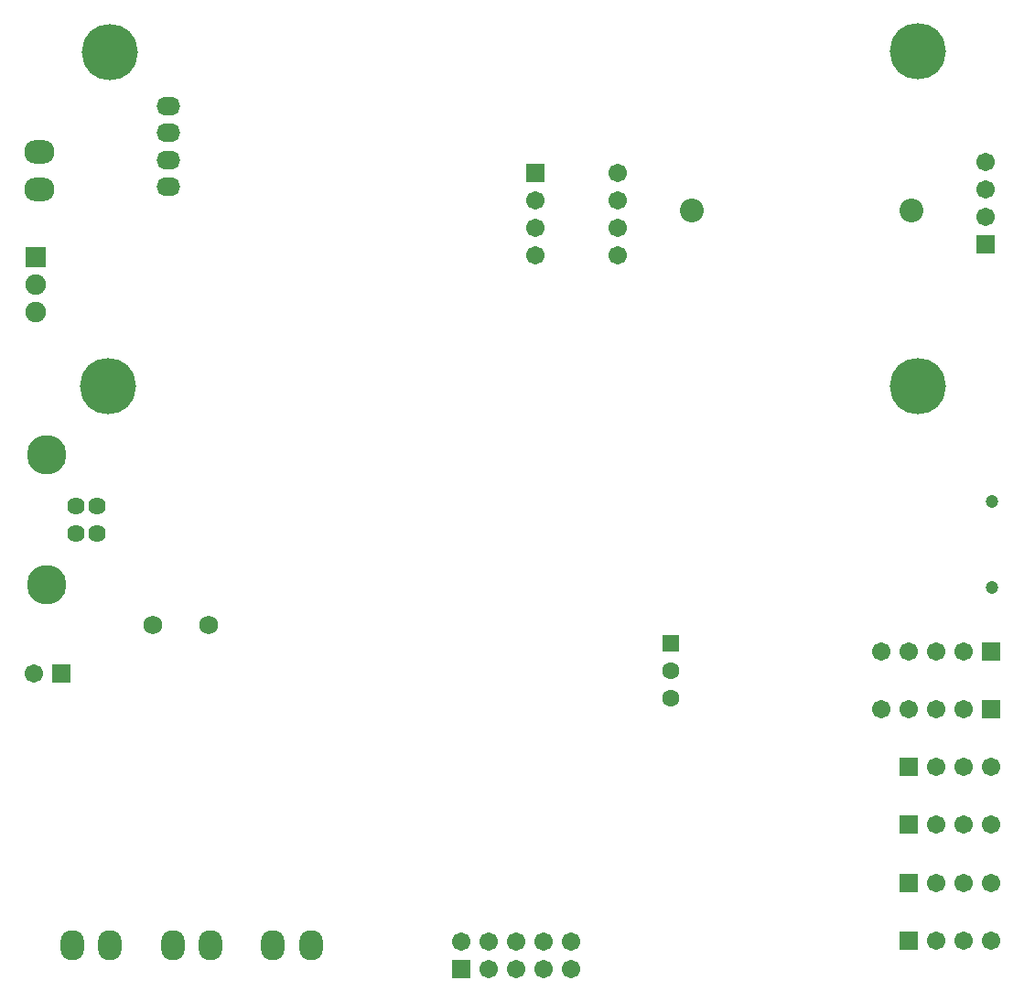
<source format=gbr>
%TF.GenerationSoftware,Altium Limited,Altium Designer,20.2.4 (192)*%
G04 Layer_Color=16711935*
%FSLAX26Y26*%
%MOIN*%
%TF.SameCoordinates,E583F5DD-14CA-44D8-B3B7-8EACC7EC20E5*%
%TF.FilePolarity,Negative*%
%TF.FileFunction,Soldermask,Bot*%
%TF.Part,Single*%
G01*
G75*
%TA.AperFunction,ComponentPad*%
%ADD55C,0.067055*%
%ADD56R,0.067055X0.067055*%
%ADD57C,0.143827*%
%ADD58C,0.063906*%
%ADD59C,0.068000*%
%ADD60R,0.067055X0.067055*%
%ADD61O,0.086740X0.110362*%
%ADD62O,0.086740X0.067055*%
%ADD63C,0.204850*%
%ADD64C,0.074929*%
%ADD65R,0.074929X0.074929*%
%ADD66O,0.110362X0.086740*%
%ADD67C,0.047370*%
G04:AMPARAMS|DCode=68|XSize=63.118mil|YSize=63.118mil|CornerRadius=5.929mil|HoleSize=0mil|Usage=FLASHONLY|Rotation=0.000|XOffset=0mil|YOffset=0mil|HoleType=Round|Shape=RoundedRectangle|*
%AMROUNDEDRECTD68*
21,1,0.063118,0.051260,0,0,0.0*
21,1,0.051260,0.063118,0,0,0.0*
1,1,0.011858,0.025630,-0.025630*
1,1,0.011858,-0.025630,-0.025630*
1,1,0.011858,-0.025630,0.025630*
1,1,0.011858,0.025630,0.025630*
%
%ADD68ROUNDEDRECTD68*%
%ADD69C,0.063118*%
%ADD70C,0.086740*%
D55*
X3622000Y915200D02*
D03*
X3522000D02*
D03*
X3422000D02*
D03*
X3602000Y2918000D02*
D03*
Y3018000D02*
D03*
Y3118000D02*
D03*
X136000Y1255000D02*
D03*
X3422000Y704800D02*
D03*
X3522000D02*
D03*
X3622000D02*
D03*
X2265000Y2779000D02*
D03*
Y2879000D02*
D03*
Y2979000D02*
D03*
Y3079000D02*
D03*
X1965000Y2779000D02*
D03*
Y2879000D02*
D03*
Y2979000D02*
D03*
X2093000Y280000D02*
D03*
Y180000D02*
D03*
X1993000Y280000D02*
D03*
Y180000D02*
D03*
X1893000Y280000D02*
D03*
Y180000D02*
D03*
X1793000Y280000D02*
D03*
Y180000D02*
D03*
X1693000Y280000D02*
D03*
X3522000Y1336000D02*
D03*
X3422000D02*
D03*
X3322000D02*
D03*
X3222000D02*
D03*
X3522000Y1125600D02*
D03*
X3422000D02*
D03*
X3322000D02*
D03*
X3222000D02*
D03*
X3422000Y494400D02*
D03*
X3522000D02*
D03*
X3622000D02*
D03*
X3422000Y284000D02*
D03*
X3522000D02*
D03*
X3622000D02*
D03*
D56*
X3322000Y915200D02*
D03*
X236000Y1255000D02*
D03*
X3322000Y704800D02*
D03*
X1965000Y3079000D02*
D03*
X1693000Y180000D02*
D03*
X3622000Y1336000D02*
D03*
Y1125600D02*
D03*
X3322000Y494400D02*
D03*
Y284000D02*
D03*
D57*
X182921Y2053008D02*
D03*
Y1578992D02*
D03*
D58*
X368354Y1766787D02*
D03*
Y1865213D02*
D03*
X289614D02*
D03*
Y1766787D02*
D03*
D59*
X570000Y1433000D02*
D03*
X774724D02*
D03*
D60*
X3602000Y2818000D02*
D03*
D61*
X1146000Y267000D02*
D03*
X1008204D02*
D03*
X415000D02*
D03*
X277204D02*
D03*
X780500D02*
D03*
X642704D02*
D03*
D62*
X626000Y3028000D02*
D03*
Y3126425D02*
D03*
Y3224850D02*
D03*
Y3323276D02*
D03*
D63*
X413000Y3521000D02*
D03*
X3358000Y3522000D02*
D03*
X407000Y2304000D02*
D03*
X3358000D02*
D03*
D64*
X145000Y2573000D02*
D03*
Y2673000D02*
D03*
D65*
Y2773000D02*
D03*
D66*
X158000Y3019204D02*
D03*
Y3157000D02*
D03*
D67*
X3627571Y1883080D02*
D03*
X3627671Y1568120D02*
D03*
D68*
X2457000Y1367000D02*
D03*
D69*
Y1167000D02*
D03*
Y1267000D02*
D03*
D70*
X2533819Y2942000D02*
D03*
X3335000D02*
D03*
%TF.MD5,773537008cb3025ce6de40857aabe156*%
M02*

</source>
